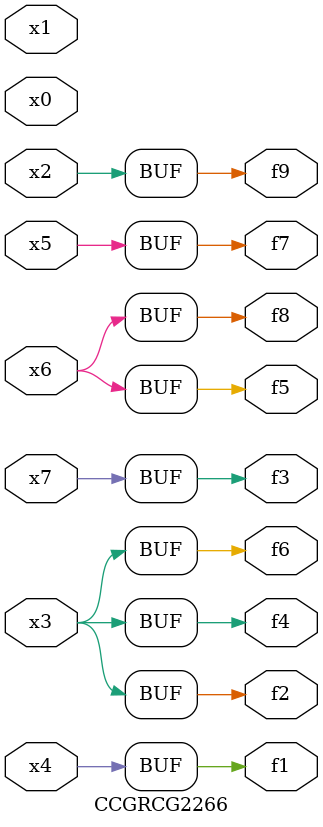
<source format=v>
module CCGRCG2266(
	input x0, x1, x2, x3, x4, x5, x6, x7,
	output f1, f2, f3, f4, f5, f6, f7, f8, f9
);
	assign f1 = x4;
	assign f2 = x3;
	assign f3 = x7;
	assign f4 = x3;
	assign f5 = x6;
	assign f6 = x3;
	assign f7 = x5;
	assign f8 = x6;
	assign f9 = x2;
endmodule

</source>
